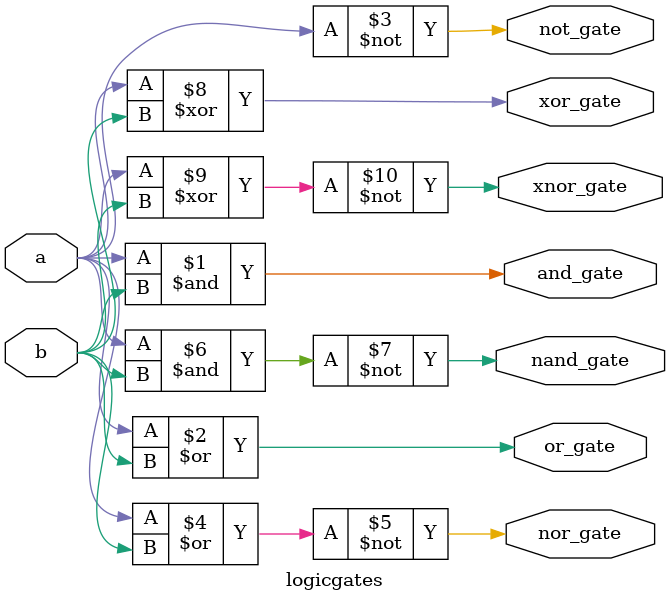
<source format=v>
`timescale 1ns / 1ps

module logicgates(
    input a,b,
    output  and_gate,
    output  or_gate,
    output  not_gate,
    output  nor_gate,
    output  nand_gate,
    output  xor_gate,
    output  xnor_gate
    );
    assign and_gate =a&b;
    assign or_gate =a|b;
    assign not_gate =~a;
    assign nor_gate =~(a|b);
    assign nand_gate =~(a&b);
    assign xor_gate =a^b;
    assign xnor_gate =~(a^b);
endmodule

</source>
